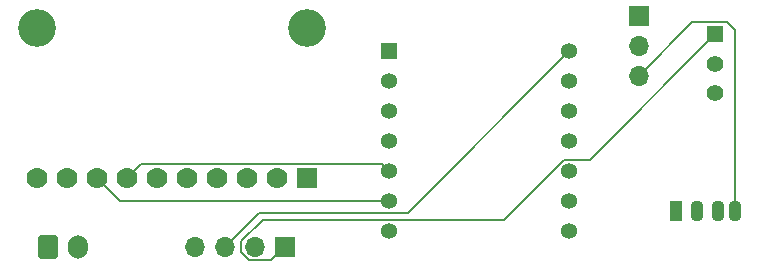
<source format=gbr>
%TF.GenerationSoftware,KiCad,Pcbnew,8.0.8*%
%TF.CreationDate,2025-05-04T21:19:18-07:00*%
%TF.ProjectId,ACL_Angle_Sensor,41434c5f-416e-4676-9c65-5f53656e736f,rev?*%
%TF.SameCoordinates,Original*%
%TF.FileFunction,Copper,L2,Bot*%
%TF.FilePolarity,Positive*%
%FSLAX46Y46*%
G04 Gerber Fmt 4.6, Leading zero omitted, Abs format (unit mm)*
G04 Created by KiCad (PCBNEW 8.0.8) date 2025-05-04 21:19:18*
%MOMM*%
%LPD*%
G01*
G04 APERTURE LIST*
G04 Aperture macros list*
%AMRoundRect*
0 Rectangle with rounded corners*
0 $1 Rounding radius*
0 $2 $3 $4 $5 $6 $7 $8 $9 X,Y pos of 4 corners*
0 Add a 4 corners polygon primitive as box body*
4,1,4,$2,$3,$4,$5,$6,$7,$8,$9,$2,$3,0*
0 Add four circle primitives for the rounded corners*
1,1,$1+$1,$2,$3*
1,1,$1+$1,$4,$5*
1,1,$1+$1,$6,$7*
1,1,$1+$1,$8,$9*
0 Add four rect primitives between the rounded corners*
20,1,$1+$1,$2,$3,$4,$5,0*
20,1,$1+$1,$4,$5,$6,$7,0*
20,1,$1+$1,$6,$7,$8,$9,0*
20,1,$1+$1,$8,$9,$2,$3,0*%
G04 Aperture macros list end*
%TA.AperFunction,ComponentPad*%
%ADD10O,1.100000X1.800000*%
%TD*%
%TA.AperFunction,ComponentPad*%
%ADD11R,1.100000X1.800000*%
%TD*%
%TA.AperFunction,ComponentPad*%
%ADD12C,1.778000*%
%TD*%
%TA.AperFunction,ComponentPad*%
%ADD13R,1.778000X1.778000*%
%TD*%
%TA.AperFunction,ComponentPad*%
%ADD14C,3.200000*%
%TD*%
%TA.AperFunction,ComponentPad*%
%ADD15C,1.358000*%
%TD*%
%TA.AperFunction,ComponentPad*%
%ADD16R,1.358000X1.358000*%
%TD*%
%TA.AperFunction,ComponentPad*%
%ADD17C,1.408000*%
%TD*%
%TA.AperFunction,ComponentPad*%
%ADD18R,1.408000X1.408000*%
%TD*%
%TA.AperFunction,ComponentPad*%
%ADD19R,1.700000X1.700000*%
%TD*%
%TA.AperFunction,ComponentPad*%
%ADD20O,1.700000X1.700000*%
%TD*%
%TA.AperFunction,ComponentPad*%
%ADD21RoundRect,0.250000X-0.600000X-0.750000X0.600000X-0.750000X0.600000X0.750000X-0.600000X0.750000X0*%
%TD*%
%TA.AperFunction,ComponentPad*%
%ADD22O,1.700000X2.000000*%
%TD*%
%TA.AperFunction,Conductor*%
%ADD23C,0.200000*%
%TD*%
G04 APERTURE END LIST*
D10*
%TO.P,D1,4,A*%
%TO.N,/GND*%
X150190000Y-59500000D03*
%TO.P,D1,3,RK*%
%TO.N,/LED_R*%
X148690000Y-59500000D03*
%TO.P,D1,2,BK*%
%TO.N,/LED_B*%
X146940000Y-59500000D03*
D11*
%TO.P,D1,1,GK*%
%TO.N,/LED_G*%
X145190000Y-59500000D03*
%TD*%
D12*
%TO.P,U2,6,ADDR*%
%TO.N,unconnected-(U2-ADDR-Pad6)*%
X101230000Y-56667500D03*
%TO.P,U2,7,SDA*%
%TO.N,/SDA*%
X98690000Y-56667500D03*
%TO.P,U2,8,SCL*%
%TO.N,/SCL*%
X96150000Y-56667500D03*
%TO.P,U2,9,GND*%
%TO.N,/GND*%
X93610000Y-56667500D03*
%TO.P,U2,10,VDD*%
%TO.N,/3V3*%
X91070000Y-56667500D03*
%TO.P,U2,5,ALERT*%
%TO.N,unconnected-(U2-ALERT-Pad5)*%
X103770000Y-56667500D03*
%TO.P,U2,4,A0*%
%TO.N,Net-(J2-Signal)*%
X106310000Y-56667500D03*
%TO.P,U2,3,A1*%
%TO.N,unconnected-(U2-A1-Pad3)*%
X108850000Y-56667500D03*
%TO.P,U2,2,A2*%
%TO.N,unconnected-(U2-A2-Pad2)*%
X111390000Y-56667500D03*
D13*
%TO.P,U2,1,A3*%
%TO.N,unconnected-(U2-A3-Pad1)*%
X113930000Y-56667500D03*
D14*
%TO.P,U2,P1*%
%TO.N,N/C*%
X91070000Y-43967500D03*
%TO.P,U2,P2*%
X113930000Y-43967500D03*
%TD*%
D15*
%TO.P,U1,11,D10*%
%TO.N,unconnected-(U1-D10-Pad11)*%
X136120000Y-53563500D03*
%TO.P,U1,10,D9*%
%TO.N,unconnected-(U1-D9-Pad10)*%
X136120000Y-56103500D03*
%TO.P,U1,9,D8*%
%TO.N,unconnected-(U1-D8-Pad9)*%
X136120000Y-58643500D03*
%TO.P,U1,8,RX_D7*%
%TO.N,unconnected-(U1-RX_D7-Pad8)*%
X136120000Y-61183500D03*
%TO.P,U1,12,VCC_3V3*%
%TO.N,/3V3*%
X136120000Y-51023500D03*
%TO.P,U1,13,GND*%
%TO.N,/GND*%
X136120000Y-48483500D03*
%TO.P,U1,14,VUSB*%
%TO.N,Net-(J1-5V)*%
X136120000Y-45943500D03*
%TO.P,U1,4,D3*%
%TO.N,Net-(U1-D3)*%
X120880000Y-53563500D03*
%TO.P,U1,5,D4*%
%TO.N,/SDA*%
X120880000Y-56103500D03*
%TO.P,U1,6,D5*%
%TO.N,/SCL*%
X120880000Y-58643500D03*
%TO.P,U1,7,TX_D6*%
%TO.N,unconnected-(U1-TX_D6-Pad7)*%
X120880000Y-61183500D03*
%TO.P,U1,3,D2*%
%TO.N,Net-(U1-D2)*%
X120880000Y-51023500D03*
%TO.P,U1,2,D1*%
%TO.N,Net-(U1-D1)*%
X120880000Y-48483500D03*
D16*
%TO.P,U1,1,D0*%
%TO.N,unconnected-(U1-D0-Pad1)*%
X120880000Y-45943500D03*
%TD*%
D17*
%TO.P,SW1,2,B*%
%TO.N,Net-(BT1-+)*%
X148500000Y-47000000D03*
D18*
%TO.P,SW1,1,A*%
%TO.N,Net-(J1-VIN)*%
X148500000Y-44500000D03*
D17*
%TO.P,SW1,3,C*%
%TO.N,unconnected-(SW1-C-Pad3)*%
X148500000Y-49500000D03*
%TD*%
D19*
%TO.P,J2,1,VCC*%
%TO.N,Net-(J1-5V)*%
X142000000Y-42960000D03*
D20*
%TO.P,J2,2,Signal*%
%TO.N,Net-(J2-Signal)*%
X142000000Y-45500000D03*
%TO.P,J2,3,GND*%
%TO.N,/GND*%
X142000000Y-48040000D03*
%TD*%
%TO.P,J1,4,En*%
%TO.N,unconnected-(J1-En-Pad4)*%
X104420000Y-62500000D03*
%TO.P,J1,3,5V*%
%TO.N,Net-(J1-5V)*%
X106960000Y-62500000D03*
%TO.P,J1,2,GND*%
%TO.N,/GND*%
X109500000Y-62500000D03*
D19*
%TO.P,J1,1,VIN*%
%TO.N,Net-(J1-VIN)*%
X112040000Y-62500000D03*
%TD*%
D21*
%TO.P,BT1,1,+*%
%TO.N,Net-(BT1-+)*%
X92000000Y-62500000D03*
D22*
%TO.P,BT1,2,-*%
%TO.N,/GND*%
X94500000Y-62500000D03*
%TD*%
D23*
%TO.N,/GND*%
X142000000Y-48040000D02*
X146544000Y-43496000D01*
X146544000Y-43496000D02*
X149504000Y-43496000D01*
X149504000Y-43496000D02*
X150190000Y-44182000D01*
X150190000Y-44182000D02*
X150190000Y-59500000D01*
%TO.N,Net-(J1-VIN)*%
X112040000Y-62500000D02*
X110890000Y-63650000D01*
X110890000Y-63650000D02*
X109023654Y-63650000D01*
X135714484Y-55124500D02*
X137875500Y-55124500D01*
X137875500Y-55124500D02*
X148500000Y-44500000D01*
X109023654Y-63650000D02*
X108350000Y-62976346D01*
X108350000Y-62976346D02*
X108350000Y-62023654D01*
X108350000Y-62023654D02*
X110169154Y-60204500D01*
X110169154Y-60204500D02*
X130634484Y-60204500D01*
X130634484Y-60204500D02*
X135714484Y-55124500D01*
%TO.N,Net-(J1-5V)*%
X106960000Y-62500000D02*
X109837500Y-59622500D01*
X122441000Y-59622500D02*
X136120000Y-45943500D01*
X109837500Y-59622500D02*
X122441000Y-59622500D01*
%TO.N,/SDA*%
X98690000Y-56667500D02*
X99879000Y-55478500D01*
X99879000Y-55478500D02*
X120255000Y-55478500D01*
X120255000Y-55478500D02*
X120880000Y-56103500D01*
%TO.N,/SCL*%
X96150000Y-56667500D02*
X98126000Y-58643500D01*
X98126000Y-58643500D02*
X120880000Y-58643500D01*
%TD*%
M02*

</source>
